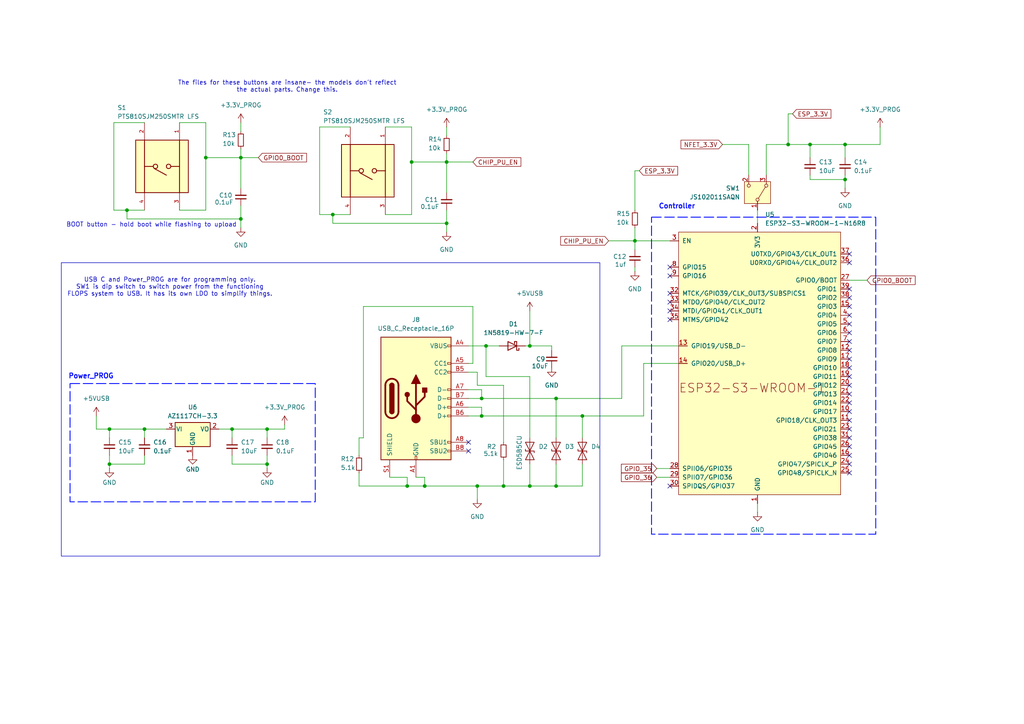
<source format=kicad_sch>
(kicad_sch (version 20231120) (generator "eeschema") (generator_version "8.0")
  (paper "A4")
  (title_block (date "2024-11-14") (rev "3"))
  (lib_symbols
    (symbol "Connector:USB_C_Receptacle_USB2.0_16P" (pin_names (offset 1.016))
      (property "Reference" "J" (at 0 22.225 0))
      (property "Value" "USB_C_Receptacle_USB2.0_16P" (at 0 19.685 0))
      (symbol "USB_C_Receptacle_USB2.0_16P_0_0"
        (rectangle (start -0.254 -17.78) (end 0.254 -16.764))
        (rectangle (start 10.16 -14.986) (end 9.144 -15.494))
        (rectangle (start 10.16 -12.446) (end 9.144 -12.954))
        (rectangle (start 10.16 -4.826) (end 9.144 -5.334))
        (rectangle (start 10.16 -2.286) (end 9.144 -2.794))
        (rectangle (start 10.16 0.254) (end 9.144 -0.254))
        (rectangle (start 10.16 2.794) (end 9.144 2.286))
        (rectangle (start 10.16 7.874) (end 9.144 7.366))
        (rectangle (start 10.16 10.414) (end 9.144 9.906))
        (rectangle (start 10.16 15.494) (end 9.144 14.986))
      )
      (symbol "USB_C_Receptacle_USB2.0_16P_0_1"
        (rectangle (start -10.16 17.78) (end 10.16 -17.78) (stroke (width 0.254)) (fill (type background)))
        (arc (start -8.89 -3.81) (mid -6.985 -5.7067) (end -5.08 -3.81) (stroke (width 0.508)))
        (arc (start -7.62 -3.81) (mid -6.985 -4.4423) (end -6.35 -3.81) (stroke (width 0.254)))
        (arc (start -7.62 -3.81) (mid -6.985 -4.4423) (end -6.35 -3.81) (stroke (width 0.254)) (fill (type outline)))
        (rectangle (start -7.62 -3.81) (end -6.35 3.81) (stroke (width 0.254)) (fill (type outline)))
        (arc (start -6.35 3.81) (mid -6.985 4.4423) (end -7.62 3.81) (stroke (width 0.254)))
        (arc (start -6.35 3.81) (mid -6.985 4.4423) (end -7.62 3.81) (stroke (width 0.254)) (fill (type outline)))
        (arc (start -5.08 3.81) (mid -6.985 5.7067) (end -8.89 3.81) (stroke (width 0.508)))
        (circle (center -2.54 1.143) (radius 0.635) (stroke (width 0.254)) (fill (type outline)))
        (circle (center 0 -5.842) (radius 1.27) (fill (type outline)))
        (polyline (pts (xy -8.89 -3.81) (xy -8.89 3.81)) (stroke (width 0.508)))
        (polyline (pts (xy -5.08 3.81) (xy -5.08 -3.81)) (stroke (width 0.508)))
        (polyline (pts (xy 0 -5.842) (xy 0 4.318)) (stroke (width 0.508)))
        (polyline (pts (xy 0 -3.302) (xy -2.54 -0.762) (xy -2.54 0.508)) (stroke (width 0.508)))
        (polyline (pts (xy 0 -2.032) (xy 2.54 0.508) (xy 2.54 1.778)) (stroke (width 0.508)))
        (polyline (pts (xy -1.27 4.318) (xy 0 6.858) (xy 1.27 4.318) (xy -1.27 4.318)) (stroke (width 0.254)) (fill (type outline)))
        (rectangle (start 1.905 1.778) (end 3.175 3.048) (stroke (width 0.254)) (fill (type outline)))
      )
      (symbol "USB_C_Receptacle_USB2.0_16P_1_1"
        (pin passive line (at 0 -22.86 90) (length 5.08) (name "GND") (number "A1"))
        (pin passive line (at 0 -22.86 90) (length 5.08) hide (name "GND") (number "A12"))
        (pin passive line (at 15.24 15.24 180) (length 5.08) (name "VBUS") (number "A4"))
        (pin bidirectional line (at 15.24 10.16 180) (length 5.08) (name "CC1") (number "A5"))
        (pin bidirectional line (at 15.24 -2.54 180) (length 5.08) (name "D+") (number "A6"))
        (pin bidirectional line (at 15.24 2.54 180) (length 5.08) (name "D-") (number "A7"))
        (pin bidirectional line (at 15.24 -12.7 180) (length 5.08) (name "SBU1") (number "A8"))
        (pin passive line (at 15.24 15.24 180) (length 5.08) hide (name "VBUS") (number "A9"))
        (pin passive line (at 0 -22.86 90) (length 5.08) hide (name "GND") (number "B1"))
        (pin passive line (at 0 -22.86 90) (length 5.08) hide (name "GND") (number "B12"))
        (pin passive line (at 15.24 15.24 180) (length 5.08) hide (name "VBUS") (number "B4"))
        (pin bidirectional line (at 15.24 7.62 180) (length 5.08) (name "CC2") (number "B5"))
        (pin bidirectional line (at 15.24 -5.08 180) (length 5.08) (name "D+") (number "B6"))
        (pin bidirectional line (at 15.24 0 180) (length 5.08) (name "D-") (number "B7"))
        (pin bidirectional line (at 15.24 -15.24 180) (length 5.08) (name "SBU2") (number "B8"))
        (pin passive line (at 15.24 15.24 180) (length 5.08) hide (name "VBUS") (number "B9"))
        (pin passive line (at -7.62 -22.86 90) (length 5.08) (name "SHIELD") (number "S1"))
      )
    )
    (symbol "Device:C_Small" (pin_numbers hide) (pin_names (offset 0.254) hide)
      (property "Reference" "C" (at 0.254 1.778 0))
      (property "Value" "C_Small" (at 0.254 -2.032 0))
      (symbol "C_Small_0_1"
        (polyline (pts (xy -1.524 -0.508) (xy 1.524 -0.508)) (stroke (width 0.3302)))
        (polyline (pts (xy -1.524 0.508) (xy 1.524 0.508)) (stroke (width 0.3048)))
      )
      (symbol "C_Small_1_1"
        (pin passive line (at 0 2.54 270) (length 2.032) (name "~") (number "1"))
        (pin passive line (at 0 -2.54 90) (length 2.032) (name "~") (number "2"))
      )
    )
    (symbol "Device:R_Small" (pin_numbers hide) (pin_names (offset 0.254) hide)
      (property "Reference" "R" (at 0.762 0.508 0))
      (property "Value" "R_Small" (at 0.762 -1.016 0))
      (symbol "R_Small_0_1"
        (rectangle (start -0.762 1.778) (end 0.762 -1.778) (stroke (width 0.2032)))
      )
      (symbol "R_Small_1_1"
        (pin passive line (at 0 2.54 270) (length 0.762) (name "~") (number "1"))
        (pin passive line (at 0 -2.54 90) (length 0.762) (name "~") (number "2"))
      )
    )
    (symbol "Diode:1N5819" (pin_numbers hide) (pin_names (offset 1.016) hide)
      (property "Reference" "D" (at 0 2.54 0))
      (property "Value" "1N5819" (at 0 -2.54 0))
      (symbol "1N5819_0_1"
        (polyline (pts (xy 1.27 0) (xy -1.27 0)))
        (polyline (pts (xy 1.27 1.27) (xy 1.27 -1.27) (xy -1.27 0) (xy 1.27 1.27)) (stroke (width 0.254)))
        (polyline (pts (xy -1.905 0.635) (xy -1.905 1.27) (xy -1.27 1.27) (xy -1.27 -1.27) (xy -0.635 -1.27) (xy -0.635 -0.635)) (stroke (width 0.254)))
      )
      (symbol "1N5819_1_1"
        (pin passive line (at -3.81 0 0) (length 2.54) (name "K") (number "1"))
        (pin passive line (at 3.81 0 180) (length 2.54) (name "A") (number "2"))
      )
    )
    (symbol "Diode:ESD9B5.0ST5G" (pin_numbers hide) (pin_names (offset 1.016) hide)
      (property "Reference" "D" (at 0 2.54 0))
      (property "Value" "ESD9B5.0ST5G" (at 0 -2.54 0))
      (symbol "ESD9B5.0ST5G_0_1"
        (polyline (pts (xy 1.27 0) (xy -1.27 0)))
        (polyline (pts (xy -2.54 -1.27) (xy 0 0) (xy -2.54 1.27) (xy -2.54 -1.27)) (stroke (width 0.2032)))
        (polyline (pts (xy 0.508 1.27) (xy 0 1.27) (xy 0 -1.27) (xy -0.508 -1.27)) (stroke (width 0.2032)))
        (polyline (pts (xy 2.54 1.27) (xy 2.54 -1.27) (xy 0 0) (xy 2.54 1.27)) (stroke (width 0.2032)))
      )
      (symbol "ESD9B5.0ST5G_1_1"
        (pin passive line (at -3.81 0 0) (length 2.54) (name "A1") (number "1"))
        (pin passive line (at 3.81 0 180) (length 2.54) (name "A2") (number "2"))
      )
    )
    (symbol "PCM_Espressif:ESP32-S3-WROOM-1" (pin_names (offset 1.016))
      (property "Reference" "U5" (at 2.1941 43.18 0))
      (property "Value" "ESP32-S3-WROOM-1-N16R8" (at 2.1941 40.64 0))
      (symbol "ESP32-S3-WROOM-1_0_0"
        (text "ESP32-S3-WROOM-1" (at -1.524 -7.112 0) (effects (font (size 2.54 2.54))))
        (pin power_in line (at 0 -40.64 90) (length 2.54) (name "GND") (number "1"))
        (pin bidirectional line (at 26.67 -26.67 180) (length 2.54) (name "GPIO46") (number "16"))
        (pin power_in line (at 0 40.64 270) (length 2.54) (name "3V3") (number "2"))
        (pin bidirectional line (at 26.67 -19.05 180) (length 2.54) (name "GPIO21") (number "23"))
        (pin bidirectional line (at 26.67 -24.13 180) (length 2.54) (name "GPIO45") (number "26"))
        (pin bidirectional line (at 26.67 24.13 180) (length 2.54) (name "GPIO0/BOOT") (number "27"))
        (pin input line (at -25.4 35.56 0) (length 2.54) (name "EN") (number "3"))
        (pin bidirectional line (at -25.4 20.32 0) (length 2.54) (name "MTCK/GPIO39/CLK_OUT3/SUBSPICS1") (number "32"))
        (pin bidirectional line (at -25.4 17.78 0) (length 2.54) (name "MTDO/GPIO40/CLK_OUT2") (number "33"))
        (pin bidirectional line (at -25.4 15.24 0) (length 2.54) (name "MTDI/GPIO41/CLK_OUT1") (number "34"))
        (pin bidirectional line (at -25.4 12.7 0) (length 2.54) (name "MTMS/GPIO42") (number "35"))
        (pin bidirectional line (at 26.67 29.21 180) (length 2.54) (name "U0RXD/GPIO44/CLK_OUT2") (number "36"))
        (pin bidirectional line (at 26.67 31.75 180) (length 2.54) (name "U0TXD/GPIO43/CLK_OUT1") (number "37"))
        (pin passive line (at 0 -40.64 90) (length 2.54) hide (name "GND") (number "40"))
        (pin passive line (at 0 -40.64 90) (length 2.54) hide (name "GND") (number "41"))
      )
      (symbol "ESP32-S3-WROOM-1_0_1"
        (rectangle (start -22.86 38.1) (end 24.13 -38.1) (fill (type background)))
      )
      (symbol "ESP32-S3-WROOM-1_1_0"
        (pin bidirectional line (at 26.67 -13.97 180) (length 2.54) (name "GPIO17") (number "10"))
        (pin bidirectional line (at 26.67 -16.51 180) (length 2.54) (name "GPIO18/CLK_OUT3") (number "11"))
        (pin bidirectional line (at 26.67 3.81 180) (length 2.54) (name "GPIO8") (number "12"))
        (pin bidirectional line (at -22.86 5.08 0) (length 2.54) (name "GPIO19/USB_D-") (number "13"))
        (pin bidirectional line (at -22.86 0 0) (length 2.54) (name "GPIO20/USB_D+") (number "14"))
        (pin bidirectional line (at 26.67 16.51 180) (length 2.54) (name "GPIO3") (number "15"))
        (pin bidirectional line (at 26.67 1.27 180) (length 2.54) (name "GPIO9") (number "17"))
        (pin bidirectional line (at 26.67 -1.27 180) (length 2.54) (name "GPIO10") (number "18"))
        (pin bidirectional line (at 26.67 -3.81 180) (length 2.54) (name "GPIO11") (number "19"))
        (pin bidirectional line (at 26.67 -6.35 180) (length 2.54) (name "GPIO12") (number "20"))
        (pin bidirectional line (at 26.67 -8.89 180) (length 2.54) (name "GPIO13") (number "21"))
        (pin bidirectional line (at 26.67 -11.43 180) (length 2.54) (name "GPIO14") (number "22"))
        (pin bidirectional line (at 26.67 -29.21 180) (length 2.54) (name "GPIO47/SPICLK_P") (number "24"))
        (pin bidirectional line (at 26.67 -31.75 180) (length 2.54) (name "GPIO48/SPICLK_N") (number "25"))
        (pin bidirectional line (at -25.4 -30.48 0) (length 2.54) (name "SPIIO6/GPIO35") (number "28"))
        (pin bidirectional line (at -25.4 -33.02 0) (length 2.54) (name "SPIIO7/GPIO36") (number "29"))
        (pin bidirectional line (at -25.4 -35.56 0) (length 2.54) (name "SPIDQS/GPIO37") (number "30"))
        (pin bidirectional line (at 26.67 -21.59 180) (length 2.54) (name "GPIO38") (number "31"))
        (pin bidirectional line (at 26.67 19.05 180) (length 2.54) (name "GPIO2") (number "38"))
        (pin bidirectional line (at 26.67 21.59 180) (length 2.54) (name "GPIO1") (number "39"))
        (pin bidirectional line (at 26.67 13.97 180) (length 2.54) (name "GPIO4") (number "4"))
        (pin bidirectional line (at 26.67 11.43 180) (length 2.54) (name "GPIO5") (number "5"))
        (pin bidirectional line (at 26.67 8.89 180) (length 2.54) (name "GPIO6") (number "6"))
        (pin bidirectional line (at 26.67 6.35 180) (length 2.54) (name "GPIO7") (number "7"))
        (pin bidirectional line (at -25.4 27.94 0) (length 2.54) (name "GPIO15") (number "8"))
        (pin bidirectional line (at -25.4 25.4 0) (length 2.54) (name "GPIO16") (number "9"))
      )
    )
    (symbol "Regulator_Linear:AZ1117-3.3" (pin_names (offset 0.254))
      (property "Reference" "U" (at -3.81 3.175 0))
      (property "Value" "AZ1117-3.3" (at 0 3.175 0))
      (symbol "AZ1117-3.3_0_1"
        (rectangle (start -5.08 1.905) (end 5.08 -5.08) (stroke (width 0.254)) (fill (type background)))
      )
      (symbol "AZ1117-3.3_1_1"
        (pin power_in line (at 0 -7.62 90) (length 2.54) (name "GND") (number "1"))
        (pin power_out line (at 7.62 0 180) (length 2.54) (name "VO") (number "2"))
        (pin power_in line (at -7.62 0 0) (length 2.54) (name "VI") (number "3"))
      )
    )
    (symbol "Switch:SW_SPDT_312" (pin_names (offset 1) hide)
      (property "Reference" "SW" (at 0 5.08 0))
      (property "Value" "SW_SPDT_312" (at 0 -5.08 0))
      (symbol "SW_SPDT_312_0_1"
        (circle (center -2.032 0) (radius 0.4572))
        (polyline (pts (xy -1.651 0.254) (xy 1.651 2.286)))
        (circle (center 2.032 -2.54) (radius 0.4572))
        (circle (center 2.032 2.54) (radius 0.4572))
      )
      (symbol "SW_SPDT_312_1_1"
        (rectangle (start -3.175 3.81) (end 3.175 -3.81) (fill (type background)))
        (pin passive line (at -5.08 0 0) (length 2.54) (name "B") (number "1"))
        (pin passive line (at 5.08 -2.54 180) (length 2.54) (name "C") (number "2"))
        (pin passive line (at 5.08 2.54 180) (length 2.54) (name "A") (number "3"))
      )
    )
    (symbol "TS04-66-95-BK-100-SMT:TS04-66-95-BK-100-SMT" (pin_names (offset 1.016))
      (property "Reference" "S" (at -7.62 8.382 0))
      (property "Value" "TS04-66-95-BK-100-SMT" (at -7.62 -8.382 0))
      (symbol "TS04-66-95-BK-100-SMT_0_0"
        (rectangle (start -7.62 -7.62) (end 7.62 7.62) (stroke (width 0.254)) (fill (type background)))
        (circle (center 0 -1.905) (radius 0.635) (stroke (width 0.254)))
        (polyline (pts (xy 0 -5.08) (xy -7.62 -5.08)) (stroke (width 0.254)))
        (polyline (pts (xy 0 -5.08) (xy 7.62 -5.08)) (stroke (width 0.254)))
        (polyline (pts (xy 0 -2.54) (xy 0 -5.08)) (stroke (width 0.254)))
        (polyline (pts (xy 0 5.08) (xy -7.62 5.08)) (stroke (width 0.254)))
        (polyline (pts (xy 0 5.08) (xy 0 2.54)) (stroke (width 0.254)))
        (polyline (pts (xy 0 5.08) (xy 7.62 5.08)) (stroke (width 0.254)))
        (polyline (pts (xy 0.635 -2.2225) (xy 2.54 1.27)) (stroke (width 0.254)))
        (circle (center 0 1.905) (radius 0.635) (stroke (width 0.254)))
        (pin passive line (at -12.7 5.08 0) (length 5.08) (name "~") (number "1"))
        (pin passive line (at -12.7 -5.08 0) (length 5.08) (name "~") (number "2"))
        (pin passive line (at 12.7 5.08 180) (length 5.08) (name "~") (number "3"))
        (pin passive line (at 12.7 -5.08 180) (length 5.08) (name "~") (number "4"))
      )
    )
    (symbol "power:+3.3V" (power) (pin_numbers hide) (pin_names (offset 0) hide)
      (property "Value" "+3.3V" (at 0 3.556 0))
      (symbol "+3.3V_0_1"
        (polyline (pts (xy -0.762 1.27) (xy 0 2.54)))
        (polyline (pts (xy 0 0) (xy 0 2.54)))
        (polyline (pts (xy 0 2.54) (xy 0.762 1.27)))
      )
      (symbol "+3.3V_1_1"
        (pin power_in line (at 0 0 90) (length 0) (name "~") (number "1"))
      )
    )
    (symbol "power:+5V" (power) (pin_numbers hide) (pin_names (offset 0) hide)
      (property "Value" "+5V" (at 0 3.556 0))
      (symbol "+5V_0_1"
        (polyline (pts (xy -0.762 1.27) (xy 0 2.54)))
        (polyline (pts (xy 0 0) (xy 0 2.54)))
        (polyline (pts (xy 0 2.54) (xy 0.762 1.27)))
      )
      (symbol "+5V_1_1"
        (pin power_in line (at 0 0 90) (length 0) (name "~") (number "1"))
      )
    )
    (symbol "power:GND" (power) (pin_numbers hide) (pin_names (offset 0) hide)
      (property "Value" "GND" (at 0 -3.81 0))
      (symbol "GND_0_1"
        (polyline (pts (xy 0 0) (xy 0 -1.27) (xy 1.27 -1.27) (xy 0 -2.54) (xy -1.27 -1.27) (xy 0 -1.27)))
      )
      (symbol "GND_1_1"
        (pin power_in line (at 0 0 270) (length 0) (name "~") (number "1"))
      )
    )
  )
  (junction (at 140.97 100.33))
  (junction (at 77.47 134.62))
  (junction (at 245.11 41.91))
  (junction (at 161.29 115.57))
  (junction (at 168.91 120.65))
  (junction (at 153.67 140.97))
  (junction (at 234.95 41.91))
  (junction (at 153.67 100.33))
  (junction (at 146.05 140.97))
  (junction (at 77.47 124.46))
  (junction (at 138.43 140.97))
  (junction (at 119.38 46.99))
  (junction (at 69.85 63.5))
  (junction (at 129.54 64.77))
  (junction (at 139.7 120.65))
  (junction (at 161.29 140.97))
  (junction (at 123.19 140.97))
  (junction (at 228.6 41.91))
  (junction (at 59.69 45.72))
  (junction (at 245.11 52.07))
  (junction (at 36.83 60.96))
  (junction (at 184.15 69.85))
  (junction (at 41.91 124.46))
  (junction (at 31.75 124.46))
  (junction (at 139.7 115.57))
  (junction (at 129.54 46.99))
  (junction (at 69.85 45.72))
  (junction (at 118.11 140.97))
  (junction (at 31.75 134.62))
  (junction (at 67.31 124.46))
  (junction (at 96.52 62.23))
  (no_connect (at 194.31 92.71))
  (no_connect (at 194.31 90.17))
  (no_connect (at 246.38 134.62))
  (no_connect (at 246.38 93.98))
  (no_connect (at 135.89 130.81))
  (no_connect (at 246.38 121.92))
  (no_connect (at 246.38 106.68))
  (no_connect (at 246.38 88.9))
  (no_connect (at 246.38 109.22))
  (no_connect (at 246.38 132.08))
  (no_connect (at 194.31 87.63))
  (no_connect (at 246.38 114.3))
  (no_connect (at 246.38 76.2))
  (no_connect (at 246.38 137.16))
  (no_connect (at 246.38 86.36))
  (no_connect (at 246.38 119.38))
  (no_connect (at 194.31 140.97))
  (no_connect (at 194.31 85.09))
  (no_connect (at 246.38 127))
  (no_connect (at 194.31 77.47))
  (no_connect (at 246.38 83.82))
  (no_connect (at 246.38 104.14))
  (no_connect (at 246.38 111.76))
  (no_connect (at 246.38 99.06))
  (no_connect (at 194.31 80.01))
  (no_connect (at 246.38 73.66))
  (no_connect (at 246.38 124.46))
  (no_connect (at 135.89 128.27))
  (no_connect (at 246.38 129.54))
  (no_connect (at 246.38 101.6))
  (no_connect (at 246.38 91.44))
  (no_connect (at 246.38 116.84))
  (no_connect (at 246.38 96.52))
  (wire (pts (xy 92.71 62.23) (xy 96.52 62.23)))
  (wire (pts (xy 77.47 124.46) (xy 77.47 127)))
  (wire (pts (xy 119.38 36.83) (xy 111.76 36.83)))
  (wire (pts (xy 129.54 44.45) (xy 129.54 46.99)))
  (wire (pts (xy 69.85 63.5) (xy 36.83 63.5)))
  (wire (pts (xy 234.95 41.91) (xy 245.11 41.91)))
  (wire (pts (xy 138.43 140.97) (xy 138.43 144.78)))
  (wire (pts (xy 36.83 63.5) (xy 36.83 60.96)))
  (wire (pts (xy 135.89 120.65) (xy 139.7 120.65)))
  (wire (pts (xy 104.14 127) (xy 104.14 132.08)))
  (wire (pts (xy 152.4 100.33) (xy 153.67 100.33)))
  (wire (pts (xy 113.03 138.43) (xy 118.11 138.43)))
  (wire (pts (xy 222.25 41.91) (xy 222.25 50.8)))
  (wire (pts (xy 41.91 134.62) (xy 41.91 132.08)))
  (wire (pts (xy 140.97 109.22) (xy 140.97 100.33)))
  (wire (pts (xy 105.41 127) (xy 104.14 127)))
  (wire (pts (xy 229.87 33.02) (xy 228.6 33.02)))
  (wire (pts (xy 123.19 138.43) (xy 123.19 140.97)))
  (wire (pts (xy 153.67 127) (xy 153.67 109.22)))
  (wire (pts (xy 228.6 41.91) (xy 234.95 41.91)))
  (wire (pts (xy 245.11 50.8) (xy 245.11 52.07)))
  (wire (pts (xy 184.15 49.53) (xy 184.15 60.96)))
  (wire (pts (xy 118.11 138.43) (xy 118.11 140.97)))
  (wire (pts (xy 119.38 46.99) (xy 129.54 46.99)))
  (wire (pts (xy 67.31 132.08) (xy 67.31 134.62)))
  (wire (pts (xy 105.41 88.9) (xy 105.41 127)))
  (wire (pts (xy 190.5 135.89) (xy 194.31 135.89)))
  (wire (pts (xy 153.67 109.22) (xy 140.97 109.22)))
  (wire (pts (xy 92.71 36.83) (xy 92.71 62.23)))
  (wire (pts (xy 69.85 45.72) (xy 74.93 45.72)))
  (wire (pts (xy 41.91 124.46) (xy 48.26 124.46)))
  (wire (pts (xy 138.43 111.76) (xy 146.05 111.76)))
  (wire (pts (xy 52.07 60.96) (xy 59.69 60.96)))
  (wire (pts (xy 219.71 60.96) (xy 219.71 64.77)))
  (wire (pts (xy 153.67 140.97) (xy 146.05 140.97)))
  (wire (pts (xy 168.91 120.65) (xy 168.91 127)))
  (wire (pts (xy 27.94 124.46) (xy 31.75 124.46)))
  (wire (pts (xy 161.29 140.97) (xy 153.67 140.97)))
  (wire (pts (xy 139.7 120.65) (xy 168.91 120.65)))
  (wire (pts (xy 135.89 105.41) (xy 137.16 105.41)))
  (wire (pts (xy 104.14 140.97) (xy 118.11 140.97)))
  (wire (pts (xy 184.15 66.04) (xy 184.15 69.85)))
  (wire (pts (xy 234.95 50.8) (xy 234.95 52.07)))
  (wire (pts (xy 139.7 115.57) (xy 161.29 115.57)))
  (wire (pts (xy 176.53 69.85) (xy 184.15 69.85)))
  (wire (pts (xy 123.19 140.97) (xy 138.43 140.97)))
  (wire (pts (xy 67.31 134.62) (xy 77.47 134.62)))
  (wire (pts (xy 59.69 60.96) (xy 59.69 45.72)))
  (wire (pts (xy 184.15 69.85) (xy 184.15 72.39)))
  (wire (pts (xy 135.89 118.11) (xy 139.7 118.11)))
  (wire (pts (xy 135.89 100.33) (xy 140.97 100.33)))
  (wire (pts (xy 129.54 64.77) (xy 129.54 67.31)))
  (wire (pts (xy 36.83 60.96) (xy 41.91 60.96)))
  (wire (pts (xy 153.67 90.17) (xy 153.67 100.33)))
  (wire (pts (xy 135.89 115.57) (xy 139.7 115.57)))
  (wire (pts (xy 33.02 60.96) (xy 36.83 60.96)))
  (wire (pts (xy 160.02 100.33) (xy 160.02 101.6)))
  (wire (pts (xy 27.94 120.65) (xy 27.94 124.46)))
  (wire (pts (xy 67.31 124.46) (xy 77.47 124.46)))
  (wire (pts (xy 41.91 35.56) (xy 33.02 35.56)))
  (wire (pts (xy 186.69 120.65) (xy 186.69 105.41)))
  (wire (pts (xy 111.76 62.23) (xy 119.38 62.23)))
  (wire (pts (xy 96.52 64.77) (xy 96.52 62.23)))
  (wire (pts (xy 161.29 115.57) (xy 180.34 115.57)))
  (wire (pts (xy 245.11 41.91) (xy 245.11 45.72)))
  (wire (pts (xy 59.69 45.72) (xy 59.69 35.56)))
  (wire (pts (xy 101.6 36.83) (xy 92.71 36.83)))
  (wire (pts (xy 234.95 41.91) (xy 234.95 45.72)))
  (wire (pts (xy 67.31 124.46) (xy 67.31 127)))
  (wire (pts (xy 255.27 36.83) (xy 255.27 41.91)))
  (wire (pts (xy 119.38 62.23) (xy 119.38 46.99)))
  (wire (pts (xy 63.5 124.46) (xy 67.31 124.46)))
  (wire (pts (xy 153.67 134.62) (xy 153.67 140.97)))
  (wire (pts (xy 135.89 107.95) (xy 138.43 107.95)))
  (wire (pts (xy 146.05 111.76) (xy 146.05 128.27)))
  (wire (pts (xy 138.43 107.95) (xy 138.43 111.76)))
  (wire (pts (xy 139.7 115.57) (xy 139.7 113.03)))
  (wire (pts (xy 161.29 115.57) (xy 161.29 127)))
  (wire (pts (xy 180.34 115.57) (xy 180.34 100.33)))
  (wire (pts (xy 69.85 63.5) (xy 69.85 66.04)))
  (wire (pts (xy 135.89 113.03) (xy 139.7 113.03)))
  (wire (pts (xy 77.47 132.08) (xy 77.47 134.62)))
  (wire (pts (xy 222.25 41.91) (xy 228.6 41.91)))
  (wire (pts (xy 118.11 140.97) (xy 123.19 140.97)))
  (wire (pts (xy 184.15 78.74) (xy 184.15 77.47)))
  (wire (pts (xy 168.91 120.65) (xy 186.69 120.65)))
  (wire (pts (xy 137.16 88.9) (xy 105.41 88.9)))
  (wire (pts (xy 31.75 134.62) (xy 31.75 135.89)))
  (wire (pts (xy 31.75 124.46) (xy 41.91 124.46)))
  (wire (pts (xy 129.54 64.77) (xy 96.52 64.77)))
  (wire (pts (xy 186.69 105.41) (xy 196.85 105.41)))
  (wire (pts (xy 217.17 41.91) (xy 217.17 50.8)))
  (wire (pts (xy 129.54 46.99) (xy 137.16 46.99)))
  (wire (pts (xy 140.97 100.33) (xy 144.78 100.33)))
  (wire (pts (xy 153.67 100.33) (xy 160.02 100.33)))
  (wire (pts (xy 129.54 46.99) (xy 129.54 55.88)))
  (wire (pts (xy 190.5 138.43) (xy 194.31 138.43)))
  (wire (pts (xy 234.95 52.07) (xy 245.11 52.07)))
  (wire (pts (xy 69.85 43.18) (xy 69.85 45.72)))
  (wire (pts (xy 219.71 146.05) (xy 219.71 148.59)))
  (wire (pts (xy 82.55 123.19) (xy 82.55 124.46)))
  (wire (pts (xy 59.69 45.72) (xy 69.85 45.72)))
  (wire (pts (xy 77.47 124.46) (xy 82.55 124.46)))
  (wire (pts (xy 194.31 69.85) (xy 184.15 69.85)))
  (wire (pts (xy 31.75 124.46) (xy 31.75 127)))
  (wire (pts (xy 77.47 134.62) (xy 77.47 135.89)))
  (wire (pts (xy 161.29 134.62) (xy 161.29 140.97)))
  (wire (pts (xy 137.16 105.41) (xy 137.16 88.9)))
  (wire (pts (xy 33.02 35.56) (xy 33.02 60.96)))
  (wire (pts (xy 245.11 52.07) (xy 245.11 54.61)))
  (wire (pts (xy 41.91 124.46) (xy 41.91 127)))
  (wire (pts (xy 31.75 134.62) (xy 41.91 134.62)))
  (wire (pts (xy 146.05 140.97) (xy 146.05 133.35)))
  (wire (pts (xy 228.6 33.02) (xy 228.6 41.91)))
  (wire (pts (xy 168.91 134.62) (xy 168.91 140.97)))
  (wire (pts (xy 69.85 59.69) (xy 69.85 63.5)))
  (wire (pts (xy 138.43 140.97) (xy 146.05 140.97)))
  (wire (pts (xy 184.15 49.53) (xy 185.42 49.53)))
  (wire (pts (xy 69.85 45.72) (xy 69.85 54.61)))
  (wire (pts (xy 129.54 60.96) (xy 129.54 64.77)))
  (wire (pts (xy 180.34 100.33) (xy 196.85 100.33)))
  (wire (pts (xy 120.65 138.43) (xy 123.19 138.43)))
  (wire (pts (xy 119.38 46.99) (xy 119.38 36.83)))
  (wire (pts (xy 246.38 81.28) (xy 251.46 81.28)))
  (wire (pts (xy 31.75 132.08) (xy 31.75 134.62)))
  (wire (pts (xy 255.27 41.91) (xy 245.11 41.91)))
  (wire (pts (xy 129.54 39.37) (xy 129.54 36.83)))
  (wire (pts (xy 104.14 137.16) (xy 104.14 140.97)))
  (wire (pts (xy 139.7 120.65) (xy 139.7 118.11)))
  (wire (pts (xy 59.69 35.56) (xy 52.07 35.56)))
  (wire (pts (xy 168.91 140.97) (xy 161.29 140.97)))
  (wire (pts (xy 69.85 38.1) (xy 69.85 35.56)))
  (wire (pts (xy 96.52 62.23) (xy 101.6 62.23)))
  (wire (pts (xy 209.55 41.91) (xy 217.17 41.91)))
  (rectangle (start 20.32 111.252) (end 91.44 145.542) (stroke (width 0.254) (type dash) (color 0 11 255 1)))
  (rectangle (start 17.78 76.2) (end 173.99 161.29))
  (rectangle (start 188.976 62.992) (end 254 154.94) (stroke (width 0.254) (type dash) (color 0 11 255 1)))
  (text "Controller\n" (at 196.342 59.944 0) (effects (font (size 1.397 1.397) (thickness 0.2794) (bold yes))))
  (text "The files for these buttons are insane- the models don't reflect\nthe actual parts. Change this.\n" (at 83.312 25.146 0) (effects (font (size 1.27 1.27))))
  (text "USB C and Power_PROG are for programming only.\nSW1 is dip switch to switch power from the functioning\nFLOPS system to USB. It has its own LDO to simplify things." (at 49.276 83.312 0) (effects (font (size 1.27 1.27))))
  (text "BOOT button - hold boot while flashing to upload" (at 43.942 65.278 0) (effects (font (size 1.27 1.27))))
  (text "Power_PROG" (at 26.416 109.22 0) (effects (font (size 1.397 1.397) (thickness 0.2794) (bold yes))))
  (global_label "GPIO_36" (shape input) (at 190.5 138.43 180) (property "Intersheetrefs" "${INTERSHEET_REFS}" (effects (hide yes))))
  (global_label "ESP_3.3V" (shape input) (at 229.87 33.02 0) (property "Intersheetrefs" "${INTERSHEET_REFS}" (effects (hide yes))))
  (global_label "NFET_3.3V" (shape input) (at 209.55 41.91 180) (property "Intersheetrefs" "${INTERSHEET_REFS}" (effects (hide yes))))
  (global_label "ESP_3.3V" (shape input) (at 185.42 49.53 0) (property "Intersheetrefs" "${INTERSHEET_REFS}" (effects (hide yes))))
  (global_label "CHIP_PU_EN" (shape input) (at 176.53 69.85 180) (property "Intersheetrefs" "${INTERSHEET_REFS}" (effects (hide yes))))
  (global_label "GPIO0_BOOT" (shape input) (at 251.46 81.28 0) (property "Intersheetrefs" "${INTERSHEET_REFS}" (effects (hide yes))))
  (global_label "GPIO_35" (shape input) (at 190.5 135.89 180) (property "Intersheetrefs" "${INTERSHEET_REFS}" (effects (hide yes))))
  (global_label "CHIP_PU_EN" (shape input) (at 137.16 46.99 0) (property "Intersheetrefs" "${INTERSHEET_REFS}" (effects (hide yes))))
  (global_label "GPIO0_BOOT" (shape input) (at 74.93 45.72 0) (property "Intersheetrefs" "${INTERSHEET_REFS}" (effects (hide yes))))
  (symbol (lib_id "power:+5V") (at 153.67 90.17 0) (unit 1)
    (property "Reference" "#PWR011" (effects (hide yes)))
    (property "Value" "+5VUSB" (at 153.67 85.09 0))
    (property "Description" "Power symbol creates a global label with name \"+5V\"" (effects (hide yes)))
  )
  (symbol (lib_id "Device:C_Small") (at 129.54 58.42 180) (unit 1)
    (property "Reference" "C11" (at 123.19 57.912 0) (effects (justify right)))
    (property "Value" "0.1uF" (at 121.92 59.944 0) (effects (justify right)))
    (property "Footprint" "Capacitor_SMD:C_0603_1608Metric_Pad1.08x0.95mm_HandSolder" (effects (hide yes)))
    (property "Description" "Unpolarized capacitor, small symbol" (effects (hide yes)))
  )
  (symbol (lib_id "TS04-66-95-BK-100-SMT:TS04-66-95-BK-100-SMT") (at 46.99 48.26 270) (unit 1)
    (property "Reference" "S1" (at 34.036 31.242 90) (effects (justify left)))
    (property "Value" "PTS810SJM250SMTR LFS" (at 34.036 33.782 90) (effects (justify left)))
    (property "Footprint" "TS04-66-95-BK-100-SMT:SW_TS04-66-95-BK-100-SMT" (effects (hide yes)))
    (property "MF" "Same Sky" (effects (hide yes)))
    (property "Description_1" "\n                        \n                            6 x 6 mm, 9.5 mm Actuator Height, 100 gf, Black, Surface Mount, SPST, Tactile Switch\n                        \n" (effects (hide yes)))
    (property "Package" "None" (effects (hide yes)))
    (property "Price" "None" (effects (hide yes)))
    (property "Check_prices" "https://www.snapeda.com/parts/TS04-66-95-BK-100-SMT/Same+Sky/view-part/?ref=eda" (effects (hide yes)))
    (property "STANDARD" "Manufacturer Recommendations" (effects (hide yes)))
    (property "PARTREV" "1.0" (effects (hide yes)))
    (property "SnapEDA_Link" "https://www.snapeda.com/parts/TS04-66-95-BK-100-SMT/Same+Sky/view-part/?ref=snap" (effects (hide yes)))
    (property "MP" "TS04-66-95-BK-100-SMT" (effects (hide yes)))
    (property "Availability" "In Stock" (effects (hide yes)))
    (property "MANUFACTURER" "CUI Devices" (effects (hide yes)))
  )
  (symbol (lib_id "Switch:SW_SPDT_312") (at 219.71 55.88 270) (mirror x) (unit 1)
    (property "Reference" "SW1" (at 214.63 54.6099 90) (effects (justify right)))
    (property "Value" "JS102011SAQN" (at 214.63 57.1499 90) (effects (justify right)))
    (property "Footprint" "Button_Switch_SMD:SW_SPDT_CK_JS102011SAQN" (effects (hide yes)))
    (property "Description" "Switch, single pole double throw" (effects (hide yes)))
  )
  (symbol (lib_id "Device:R_Small") (at 146.05 130.81 180) (unit 1)
    (property "Reference" "R2" (at 141.224 129.54 0) (effects (justify right)))
    (property "Value" "5.1k" (at 140.208 131.572 0) (effects (justify right)))
    (property "Footprint" "Resistor_SMD:R_0603_1608Metric_Pad0.98x0.95mm_HandSolder" (effects (hide yes)))
    (property "Description" "Resistor, small symbol" (effects (hide yes)))
  )
  (symbol (lib_id "Connector:USB_C_Receptacle_USB2.0_16P") (at 120.65 115.57 0) (unit 1)
    (property "Reference" "J8" (at 120.65 92.71 0))
    (property "Value" "USB_C_Receptacle_16P" (at 120.65 95.25 0))
    (property "Footprint" "Connector_USB:USB_C_Receptacle_G-Switch_GT-USB-7010ASV" (effects (hide yes)))
    (property "Datasheet" "https://www.usb.org/sites/default/files/documents/usb_type-c.zip" (effects (hide yes)))
    (property "Description" "USB 2.0-only 16P Type-C Receptacle connector" (effects (hide yes)))
  )
  (symbol (lib_id "power:GND") (at 245.11 54.61 0) (unit 1)
    (property "Reference" "#PWR032" (effects (hide yes)))
    (property "Value" "GND" (at 245.11 59.69 0))
    (property "Description" "Power symbol creates a global label with name \"GND\" , ground" (effects (hide yes)))
  )
  (symbol (lib_id "Diode:ESD9B5.0ST5G") (at 168.91 130.81 270) (unit 1)
    (property "Reference" "D4" (at 171.45 129.5399 90) (effects (justify left)))
    (property "Value" "ESD5B5CU" (effects (hide yes)))
    (property "Footprint" "Diode_SMD:D_SOD-923" (effects (hide yes)))
    (property "Datasheet" "https://www.onsemi.com/pub/Collateral/ESD9B-D.PDF" (effects (hide yes)))
    (property "Description" "ESD protection diode, 5.0Vrwm, SOD-923" (effects (hide yes)))
  )
  (symbol (lib_id "power:GND") (at 138.43 144.78 0) (unit 1)
    (property "Reference" "#PWR029" (effects (hide yes)))
    (property "Value" "GND" (at 138.43 149.86 0))
    (property "Description" "Power symbol creates a global label with name \"GND\" , ground" (effects (hide yes)))
  )
  (symbol (lib_id "power:+3.3V") (at 255.27 36.83 0) (unit 1)
    (property "Reference" "#PWR039" (effects (hide yes)))
    (property "Value" "+3.3V_PROG" (at 255.27 31.75 0))
    (property "Description" "Power symbol creates a global label with name \"+3.3V\"" (effects (hide yes)))
  )
  (symbol (lib_id "Diode:ESD9B5.0ST5G") (at 153.67 130.81 270) (unit 1)
    (property "Reference" "D2" (at 156.21 129.5399 90) (effects (justify left)))
    (property "Value" "ESD5B5CU" (at 150.622 126.238 0) (effects (justify left)))
    (property "Footprint" "Diode_SMD:D_SOD-923" (effects (hide yes)))
    (property "Datasheet" "https://www.onsemi.com/pub/Collateral/ESD9B-D.PDF" (effects (hide yes)))
    (property "Description" "ESD protection diode, 5.0Vrwm, SOD-923" (effects (hide yes)))
  )
  (symbol (lib_id "power:GND") (at 219.71 148.59 0) (unit 1)
    (property "Reference" "#PWR038" (effects (hide yes)))
    (property "Value" "GND" (at 219.71 153.67 0))
    (property "Description" "Power symbol creates a global label with name \"GND\" , ground" (effects (hide yes)))
  )
  (symbol (lib_id "power:GND") (at 160.02 106.68 0) (unit 1)
    (property "Reference" "#PWR030" (effects (hide yes)))
    (property "Value" "GND" (at 160.02 111.76 0))
    (property "Description" "Power symbol creates a global label with name \"GND\" , ground" (effects (hide yes)))
  )
  (symbol (lib_id "Device:C_Small") (at 234.95 48.26 0) (unit 1)
    (property "Reference" "C13" (at 237.49 46.9962 0) (effects (justify left)))
    (property "Value" "10uF" (at 237.49 49.5362 0) (effects (justify left)))
    (property "Footprint" "Capacitor_SMD:C_0603_1608Metric_Pad1.08x0.95mm_HandSolder" (effects (hide yes)))
    (property "Description" "Unpolarized capacitor, small symbol" (effects (hide yes)))
  )
  (symbol (lib_id "power:GND") (at 184.15 78.74 0) (unit 1)
    (property "Reference" "#PWR024" (effects (hide yes)))
    (property "Value" "GND" (at 184.15 83.82 0))
    (property "Description" "Power symbol creates a global label with name \"GND\" , ground" (effects (hide yes)))
  )
  (symbol (lib_id "power:GND") (at 69.85 66.04 0) (unit 1)
    (property "Reference" "#PWR04" (effects (hide yes)))
    (property "Value" "GND" (at 69.85 71.12 0))
    (property "Description" "Power symbol creates a global label with name \"GND\" , ground" (effects (hide yes)))
  )
  (symbol (lib_id "Device:C_Small") (at 184.15 74.93 180) (unit 1)
    (property "Reference" "C12" (at 177.8 74.422 0) (effects (justify right)))
    (property "Value" "1uf" (at 178.308 76.708 0) (effects (justify right)))
    (property "Footprint" "Capacitor_SMD:C_0603_1608Metric_Pad1.08x0.95mm_HandSolder" (effects (hide yes)))
    (property "Description" "Unpolarized capacitor, small symbol" (effects (hide yes)))
  )
  (symbol (lib_id "Device:R_Small") (at 129.54 41.91 180) (unit 1)
    (property "Reference" "R14" (at 124.206 40.386 0) (effects (justify right)))
    (property "Value" "10k" (at 124.206 42.926 0) (effects (justify right)))
    (property "Footprint" "Resistor_SMD:R_0603_1608Metric_Pad0.98x0.95mm_HandSolder" (effects (hide yes)))
    (property "Description" "Resistor, small symbol" (effects (hide yes)))
  )
  (symbol (lib_id "power:+3.3V") (at 69.85 35.56 0) (unit 1)
    (property "Reference" "#PWR041" (effects (hide yes)))
    (property "Value" "+3.3V_PROG" (at 69.85 30.48 0))
    (property "Description" "Power symbol creates a global label with name \"+3.3V\"" (effects (hide yes)))
  )
  (symbol (lib_id "TS04-66-95-BK-100-SMT:TS04-66-95-BK-100-SMT") (at 106.68 49.53 270) (unit 1)
    (property "Reference" "S2" (at 93.726 32.512 90) (effects (justify left)))
    (property "Value" "PTS810SJM250SMTR LFS" (at 93.726 35.052 90) (effects (justify left)))
    (property "Footprint" "TS04-66-95-BK-100-SMT:SW_TS04-66-95-BK-100-SMT" (effects (hide yes)))
    (property "MF" "Same Sky" (effects (hide yes)))
    (property "Description_1" "\n                        \n                            6 x 6 mm, 9.5 mm Actuator Height, 100 gf, Black, Surface Mount, SPST, Tactile Switch\n                        \n" (effects (hide yes)))
    (property "Package" "None" (effects (hide yes)))
    (property "Price" "None" (effects (hide yes)))
    (property "Check_prices" "https://www.snapeda.com/parts/TS04-66-95-BK-100-SMT/Same+Sky/view-part/?ref=eda" (effects (hide yes)))
    (property "STANDARD" "Manufacturer Recommendations" (effects (hide yes)))
    (property "PARTREV" "1.0" (effects (hide yes)))
    (property "SnapEDA_Link" "https://www.snapeda.com/parts/TS04-66-95-BK-100-SMT/Same+Sky/view-part/?ref=snap" (effects (hide yes)))
    (property "MP" "TS04-66-95-BK-100-SMT" (effects (hide yes)))
    (property "Availability" "In Stock" (effects (hide yes)))
    (property "MANUFACTURER" "CUI Devices" (effects (hide yes)))
  )
  (symbol (lib_id "Diode:ESD9B5.0ST5G") (at 161.29 130.81 270) (unit 1)
    (property "Reference" "D3" (at 163.83 129.5399 90) (effects (justify left)))
    (property "Value" "ESD5B5CU" (effects (hide yes)))
    (property "Footprint" "Diode_SMD:D_SOD-923" (effects (hide yes)))
    (property "Datasheet" "https://www.onsemi.com/pub/Collateral/ESD9B-D.PDF" (effects (hide yes)))
    (property "Description" "ESD protection diode, 5.0Vrwm, SOD-923" (effects (hide yes)))
  )
  (symbol (lib_id "Regulator_Linear:AZ1117-3.3") (at 55.88 124.46 0) (unit 1)
    (property "Reference" "U6" (at 55.88 118.11 0))
    (property "Value" "AZ1117CH-3.3" (at 55.88 120.65 0))
    (property "Footprint" "Package_TO_SOT_SMD:SOT-223-3_TabPin2" (effects (hide yes)))
    (property "Datasheet" "https://www.diodes.com/assets/Datasheets/AZ1117.pdf" (effects (hide yes)))
    (property "Description" "1A 20V Fixed LDO Linear Regulator, 3.3V, SOT-89/SOT-223/TO-220/TO-252/TO-263" (effects (hide yes)))
  )
  (symbol (lib_id "Device:C_Small") (at 41.91 129.54 0) (unit 1)
    (property "Reference" "C16" (at 44.45 128.2762 0) (effects (justify left)))
    (property "Value" "0.1uF" (at 44.45 130.8162 0) (effects (justify left)))
    (property "Footprint" "Capacitor_SMD:C_0603_1608Metric_Pad1.08x0.95mm_HandSolder" (effects (hide yes)))
    (property "Description" "Unpolarized capacitor, small symbol" (effects (hide yes)))
  )
  (symbol (lib_id "Device:C_Small") (at 160.02 104.14 180) (unit 1)
    (property "Reference" "C9" (at 155.448 104.14 0) (effects (justify right)))
    (property "Value" "10uF" (at 154.178 106.172 0) (effects (justify right)))
    (property "Footprint" "Capacitor_SMD:C_0603_1608Metric_Pad1.08x0.95mm_HandSolder" (effects (hide yes)))
    (property "Description" "Unpolarized capacitor, small symbol" (effects (hide yes)))
  )
  (symbol (lib_id "power:+5V") (at 27.94 120.65 0) (unit 1)
    (property "Reference" "#PWR033" (effects (hide yes)))
    (property "Value" "+5VUSB" (at 27.94 115.57 0))
    (property "Description" "Power symbol creates a global label with name \"+5V\"" (effects (hide yes)))
  )
  (symbol (lib_id "power:GND") (at 31.75 135.89 0) (unit 1)
    (property "Reference" "#PWR034" (effects (hide yes)))
    (property "Value" "GND" (at 31.75 139.954 0))
    (property "Description" "Power symbol creates a global label with name \"GND\" , ground" (effects (hide yes)))
  )
  (symbol (lib_id "Diode:1N5819") (at 148.59 100.33 180) (unit 1)
    (property "Reference" "D1" (at 148.9075 93.98 0))
    (property "Value" "1N5819-HW-7-F" (at 148.9075 96.52 0))
    (property "Footprint" "Diode_THT:D_DO-41_SOD81_P10.16mm_Horizontal" (effects (hide yes)))
    (property "Datasheet" "http://www.vishay.com/docs/88525/1n5817.pdf" (effects (hide yes)))
    (property "Description" "40V 1A Schottky Barrier Rectifier Diode, DO-41" (effects (hide yes)))
  )
  (symbol (lib_id "power:GND") (at 55.88 132.08 0) (unit 1)
    (property "Reference" "#PWR035" (effects (hide yes)))
    (property "Value" "GND" (at 55.88 136.144 0))
    (property "Description" "Power symbol creates a global label with name \"GND\" , ground" (effects (hide yes)))
  )
  (symbol (lib_id "Device:C_Small") (at 77.47 129.54 0) (unit 1)
    (property "Reference" "C18" (at 80.01 128.2762 0) (effects (justify left)))
    (property "Value" "0.1uF" (at 80.01 130.8162 0) (effects (justify left)))
    (property "Footprint" "Capacitor_SMD:C_0603_1608Metric_Pad1.08x0.95mm_HandSolder" (effects (hide yes)))
    (property "Description" "Unpolarized capacitor, small symbol" (effects (hide yes)))
  )
  (symbol (lib_id "power:+3.3V") (at 129.54 36.83 0) (unit 1)
    (property "Reference" "#PWR040" (effects (hide yes)))
    (property "Value" "+3.3V_PROG" (at 129.54 31.75 0))
    (property "Description" "Power symbol creates a global label with name \"+3.3V\"" (effects (hide yes)))
  )
  (symbol (lib_id "power:GND") (at 77.47 135.89 0) (unit 1)
    (property "Reference" "#PWR036" (effects (hide yes)))
    (property "Value" "GND" (at 77.47 139.954 0))
    (property "Description" "Power symbol creates a global label with name \"GND\" , ground" (effects (hide yes)))
  )
  (symbol (lib_id "power:GND") (at 129.54 67.31 0) (unit 1)
    (property "Reference" "#PWR031" (effects (hide yes)))
    (property "Value" "GND" (at 129.54 72.39 0))
    (property "Description" "Power symbol creates a global label with name \"GND\" , ground" (effects (hide yes)))
  )
  (symbol (lib_id "PCM_Espressif:ESP32-S3-WROOM-1") (at 219.71 105.41 0) (unit 1)
    (property "Reference" "U5" (at 221.9041 62.23 0) (effects (justify left)))
    (property "Value" "ESP32-S3-WROOM-1-N16R8" (at 221.9041 64.77 0) (effects (justify left)))
    (property "Footprint" "PCM_Espressif:ESP32-S3-WROOM-1" (effects (hide yes)))
    (property "Datasheet" "https://www.espressif.com/sites/default/files/documentation/esp32-s3-wroom-1_wroom-1u_datasheet_en.pdf" (effects (hide yes)))
    (property "Description" "2.4 GHz WiFi (802.11 b/g/n) and Bluetooth ® 5 (LE) module Built around ESP32S3 series of SoCs, Xtensa ® dualcore 32bit LX7 microprocessor Flash up to 16 MB, PSRAM up to 8 MB 36 GPIOs, rich set of peripherals Onboard PCB antenna" (effects (hide yes)))
  )
  (symbol (lib_id "Device:C_Small") (at 31.75 129.54 0) (unit 1)
    (property "Reference" "C15" (at 34.29 128.2762 0) (effects (justify left)))
    (property "Value" "10uF" (at 34.29 130.8162 0) (effects (justify left)))
    (property "Footprint" "Capacitor_SMD:C_0603_1608Metric_Pad1.08x0.95mm_HandSolder" (effects (hide yes)))
    (property "Description" "Unpolarized capacitor, small symbol" (effects (hide yes)))
  )
  (symbol (lib_id "Device:C_Small") (at 245.11 48.26 0) (unit 1)
    (property "Reference" "C14" (at 247.65 46.9962 0) (effects (justify left)))
    (property "Value" "0.1uF" (at 247.65 49.5362 0) (effects (justify left)))
    (property "Footprint" "Capacitor_SMD:C_0603_1608Metric_Pad1.08x0.95mm_HandSolder" (effects (hide yes)))
    (property "Description" "Unpolarized capacitor, small symbol" (effects (hide yes)))
  )
  (symbol (lib_id "Device:R_Small") (at 184.15 63.5 180) (unit 1)
    (property "Reference" "R15" (at 178.816 61.976 0) (effects (justify right)))
    (property "Value" "10k" (at 178.816 64.516 0) (effects (justify right)))
    (property "Footprint" "Resistor_SMD:R_0603_1608Metric_Pad0.98x0.95mm_HandSolder" (effects (hide yes)))
    (property "Description" "Resistor, small symbol" (effects (hide yes)))
  )
  (symbol (lib_id "Device:R_Small") (at 69.85 40.64 180) (unit 1)
    (property "Reference" "R13" (at 64.516 39.116 0) (effects (justify right)))
    (property "Value" "10k" (at 64.516 41.656 0) (effects (justify right)))
    (property "Footprint" "Resistor_SMD:R_0603_1608Metric_Pad0.98x0.95mm_HandSolder" (effects (hide yes)))
    (property "Description" "Resistor, small symbol" (effects (hide yes)))
  )
  (symbol (lib_id "power:+3.3V") (at 82.55 123.19 0) (unit 1)
    (property "Reference" "#PWR037" (effects (hide yes)))
    (property "Value" "+3.3V_PROG" (at 82.55 118.11 0))
    (property "Description" "Power symbol creates a global label with name \"+3.3V\"" (effects (hide yes)))
  )
  (symbol (lib_id "Device:C_Small") (at 69.85 57.15 180) (unit 1)
    (property "Reference" "C10" (at 63.5 56.642 0) (effects (justify right)))
    (property "Value" "0.1uF" (at 62.23 58.674 0) (effects (justify right)))
    (property "Footprint" "Capacitor_SMD:C_0603_1608Metric_Pad1.08x0.95mm_HandSolder" (effects (hide yes)))
    (property "Description" "Unpolarized capacitor, small symbol" (effects (hide yes)))
  )
  (symbol (lib_id "Device:R_Small") (at 104.14 134.62 180) (unit 1)
    (property "Reference" "R12" (at 98.806 133.096 0) (effects (justify right)))
    (property "Value" "5.1k" (at 98.806 135.636 0) (effects (justify right)))
    (property "Footprint" "Resistor_SMD:R_0603_1608Metric_Pad0.98x0.95mm_HandSolder" (effects (hide yes)))
    (property "Description" "Resistor, small symbol" (effects (hide yes)))
  )
  (symbol (lib_id "Device:C_Small") (at 67.31 129.54 0) (unit 1)
    (property "Reference" "C17" (at 69.85 128.2762 0) (effects (justify left)))
    (property "Value" "10uF" (at 69.85 130.8162 0) (effects (justify left)))
    (property "Footprint" "Capacitor_SMD:C_0603_1608Metric_Pad1.08x0.95mm_HandSolder" (effects (hide yes)))
    (property "Description" "Unpolarized capacitor, small symbol" (effects (hide yes)))
  )
)
</source>
